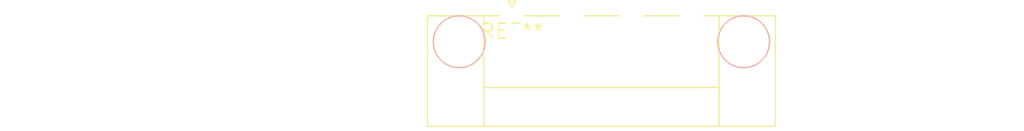
<source format=kicad_pcb>
(kicad_pcb (version 20240108) (generator pcbnew)
  (layers (0 "F.Cu" signal) (31 "B.Cu" signal) (34 "B.Paste" user) (35 "F.Paste" user) (36 "B.SilkS" user "B.Silkscreen") (37 "F.SilkS" user "F.Silkscreen") (38 "B.Mask" user) (39 "F.Mask" user) (44 "Edge.Cuts" user))
  (net 0 "")
  (footprint "PhoenixContact_MC_1,5_4-GF-5.08_1x04_P5.08mm_Horizontal_ThreadedFlange_MountHole" (layer "F.Cu") (at 0 0)
    (property "Reference" "REF**")
    (property "Value" "PhoenixContact_MC_1,5_4-GF-5.08_1x04_P5.08mm_Horizontal_ThreadedFlange_MountHole")
    (fp_circle (center -4.5 0.9) (end -2.29 0.9) (layer "B.SilkS") (stroke (width 0.12)) (fill none))
    (fp_circle (center 19.74 0.9) (end 21.95 0.9) (layer "B.SilkS") (stroke (width 0.12)) (fill none))
    (fp_line (start -7.21 -1.31) (end -7.21 8.11) (layer "F.SilkS") (stroke (width 0.12)))
    (fp_line (start -7.21 -1.31) (end -1.05 -1.31) (layer "F.SilkS") (stroke (width 0.12)))
    (fp_line (start -7.21 8.11) (end 22.45 8.11) (layer "F.SilkS") (stroke (width 0.12)))
    (fp_line (start -2.41 -1.31) (end -2.41 8.11) (layer "F.SilkS") (stroke (width 0.12)))
    (fp_line (start -2.41 4.8) (end 17.65 4.8) (layer "F.SilkS") (stroke (width 0.12)))
    (fp_line (start -0.3 -2.6) (end 0.3 -2.6) (layer "F.SilkS") (stroke (width 0.12)))
    (fp_line (start 0 -2) (end -0.3 -2.6) (layer "F.SilkS") (stroke (width 0.12)))
    (fp_line (start 0.3 -2.6) (end 0 -2) (layer "F.SilkS") (stroke (width 0.12)))
    (fp_line (start 1.05 -1.31) (end 4.03 -1.31) (layer "F.SilkS") (stroke (width 0.12)))
    (fp_line (start 6.13 -1.31) (end 9.11 -1.31) (layer "F.SilkS") (stroke (width 0.12)))
    (fp_line (start 11.21 -1.31) (end 14.19 -1.31) (layer "F.SilkS") (stroke (width 0.12)))
    (fp_line (start 17.65 -1.31) (end 17.65 8.11) (layer "F.SilkS") (stroke (width 0.12)))
    (fp_line (start 22.45 -1.31) (end 16.29 -1.31) (layer "F.SilkS") (stroke (width 0.12)))
    (fp_line (start 22.45 8.11) (end 22.45 -1.31) (layer "F.SilkS") (stroke (width 0.12)))
    (pad "" np_thru_hole circle (at -4.5 0.9) (size 2.4 2.4) (drill 2.4) (layers *.Cu *.Mask))
    (pad "" np_thru_hole circle (at 19.74 0.9) (size 2.4 2.4) (drill 2.4) (layers *.Cu *.Mask))
    (pad "1" thru_hole roundrect (at 0 0) (size 1.8 3.6) (drill 1.2) (layers *.Cu *.Mask) (remove_unused_layers) (roundrect_rratio 0.138889))
    (pad "2" thru_hole oval (at 5.08 0) (size 1.8 3.6) (drill 1.2) (layers *.Cu *.Mask) (remove_unused_layers))
    (pad "3" thru_hole oval (at 10.16 0) (size 1.8 3.6) (drill 1.2) (layers *.Cu *.Mask) (remove_unused_layers))
    (pad "4" thru_hole oval (at 15.24 0) (size 1.8 3.6) (drill 1.2) (layers *.Cu *.Mask) (remove_unused_layers))
  )
)
</source>
